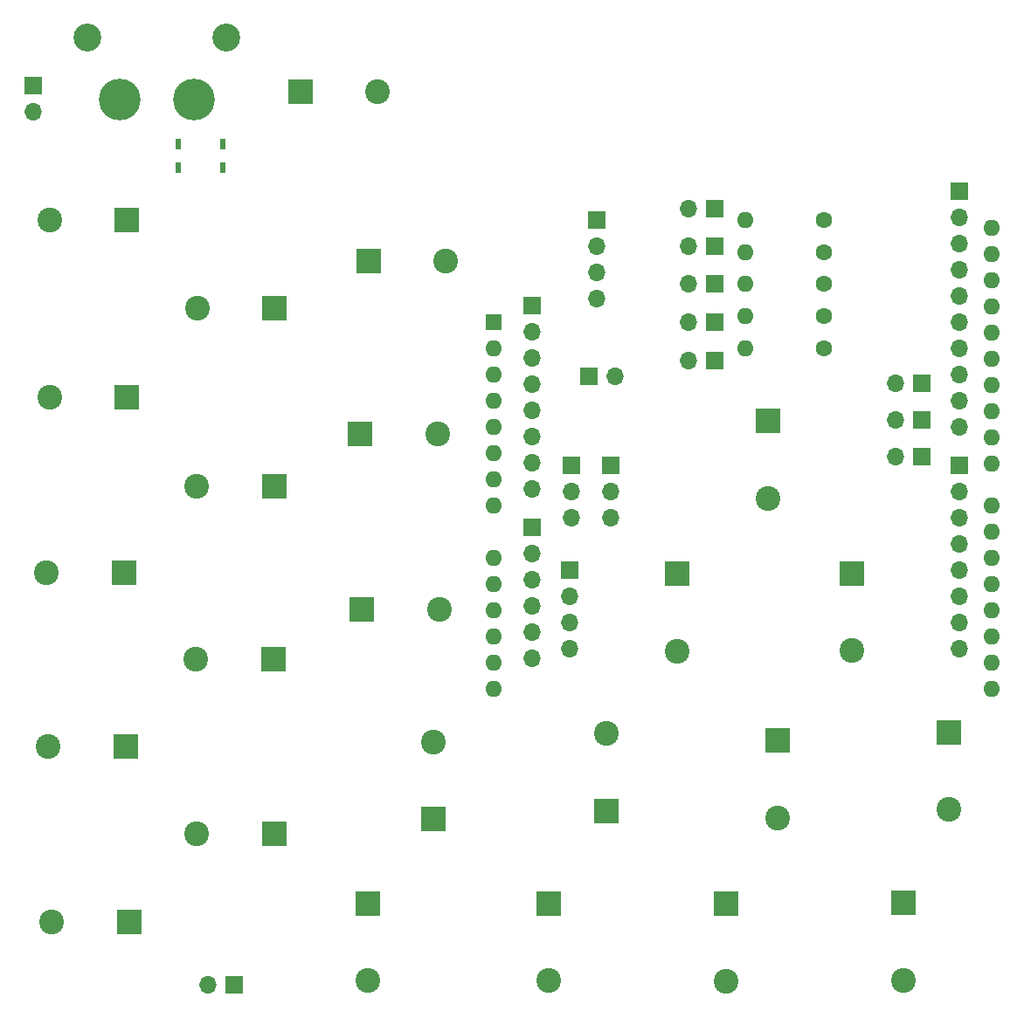
<source format=gts>
%TF.GenerationSoftware,KiCad,Pcbnew,7.0.7*%
%TF.CreationDate,2023-09-19T14:40:45+02:00*%
%TF.ProjectId,Actuator,41637475-6174-46f7-922e-6b696361645f,v0.0*%
%TF.SameCoordinates,Original*%
%TF.FileFunction,Soldermask,Top*%
%TF.FilePolarity,Negative*%
%FSLAX46Y46*%
G04 Gerber Fmt 4.6, Leading zero omitted, Abs format (unit mm)*
G04 Created by KiCad (PCBNEW 7.0.7) date 2023-09-19 14:40:45*
%MOMM*%
%LPD*%
G01*
G04 APERTURE LIST*
%ADD10R,1.700000X1.700000*%
%ADD11O,1.700000X1.700000*%
%ADD12C,1.600000*%
%ADD13O,1.600000X1.600000*%
%ADD14R,2.400000X2.400000*%
%ADD15C,2.400000*%
%ADD16R,0.500000X1.075000*%
%ADD17C,4.050000*%
%ADD18C,2.700000*%
%ADD19R,1.600000X1.600000*%
G04 APERTURE END LIST*
D10*
%TO.C,J17*%
X159579000Y-95619000D03*
D11*
X157039000Y-95619000D03*
%TD*%
D10*
%TO.C,J14*%
X179689000Y-101359000D03*
D11*
X177149000Y-101359000D03*
%TD*%
D12*
%TO.C,R1*%
X170179000Y-94394000D03*
D13*
X162559000Y-94394000D03*
%TD*%
D10*
%TO.C,J13*%
X179689000Y-104959000D03*
D11*
X177149000Y-104959000D03*
%TD*%
D10*
%TO.C,J23*%
X93554000Y-68919000D03*
D11*
X93554000Y-71459000D03*
%TD*%
D14*
%TO.C,C18*%
X132329000Y-140081755D03*
D15*
X132329000Y-132581755D03*
%TD*%
D10*
%TO.C,J11*%
X145689000Y-105779000D03*
D11*
X145689000Y-108319000D03*
X145689000Y-110859000D03*
%TD*%
D14*
%TO.C,C24*%
X164729000Y-101469000D03*
D15*
X164729000Y-108969000D03*
%TD*%
D10*
%TO.C,J8*%
X183329000Y-105769000D03*
D11*
X183329000Y-108309000D03*
X183329000Y-110849000D03*
X183329000Y-113389000D03*
X183329000Y-115929000D03*
X183329000Y-118469000D03*
X183329000Y-121009000D03*
X183329000Y-123549000D03*
%TD*%
D14*
%TO.C,C8*%
X143529000Y-148269000D03*
D15*
X143529000Y-155769000D03*
%TD*%
D10*
%TO.C,J20*%
X159579000Y-91894000D03*
D11*
X157039000Y-91894000D03*
%TD*%
D12*
%TO.C,R7*%
X170179000Y-91294000D03*
D13*
X162559000Y-91294000D03*
%TD*%
D12*
%TO.C,R4*%
X170179000Y-81994000D03*
D13*
X162559000Y-81994000D03*
%TD*%
D14*
%TO.C,C2*%
X102529000Y-133069000D03*
D15*
X95029000Y-133069000D03*
%TD*%
D14*
%TO.C,C23*%
X182329000Y-131669000D03*
D15*
X182329000Y-139169000D03*
%TD*%
D10*
%TO.C,J19*%
X159579000Y-84519000D03*
D11*
X157039000Y-84519000D03*
%TD*%
D10*
%TO.C,J5*%
X141889000Y-90259000D03*
D11*
X141889000Y-92799000D03*
X141889000Y-95339000D03*
X141889000Y-97879000D03*
X141889000Y-100419000D03*
X141889000Y-102959000D03*
X141889000Y-105499000D03*
X141889000Y-108039000D03*
%TD*%
D14*
%TO.C,C22*%
X165729000Y-132469000D03*
D15*
X165729000Y-139969000D03*
%TD*%
D14*
%TO.C,C7*%
X160719000Y-148279000D03*
D15*
X160719000Y-155779000D03*
%TD*%
D10*
%TO.C,J10*%
X145529000Y-115949000D03*
D11*
X145529000Y-118489000D03*
X145529000Y-121029000D03*
X145529000Y-123569000D03*
%TD*%
D16*
%TO.C,Z1*%
X107599000Y-76931000D03*
X107599000Y-74607000D03*
%TD*%
D14*
%TO.C,C13*%
X177879000Y-148229000D03*
D15*
X177879000Y-155729000D03*
%TD*%
D14*
%TO.C,C15*%
X119429000Y-69569000D03*
D15*
X126929000Y-69569000D03*
%TD*%
D14*
%TO.C,C9*%
X125979000Y-148269000D03*
D15*
X125979000Y-155769000D03*
%TD*%
D10*
%TO.C,J12*%
X149489000Y-105779000D03*
D11*
X149489000Y-108319000D03*
X149489000Y-110859000D03*
%TD*%
D10*
%TO.C,J22*%
X159579000Y-80894000D03*
D11*
X157039000Y-80894000D03*
%TD*%
D10*
%TO.C,J16*%
X147389000Y-97169000D03*
D11*
X149929000Y-97169000D03*
%TD*%
D17*
%TO.C,J21*%
X101929000Y-70331500D03*
X109129000Y-70331500D03*
D18*
X112279000Y-64331500D03*
X98779000Y-64331500D03*
%TD*%
D14*
%TO.C,C3*%
X102341754Y-116169000D03*
D15*
X94841754Y-116169000D03*
%TD*%
D12*
%TO.C,R3*%
X170189000Y-85094000D03*
D13*
X162569000Y-85094000D03*
%TD*%
D10*
%TO.C,J7*%
X183329000Y-79229000D03*
D11*
X183329000Y-81769000D03*
X183329000Y-84309000D03*
X183329000Y-86849000D03*
X183329000Y-89389000D03*
X183329000Y-91929000D03*
X183329000Y-94469000D03*
X183329000Y-97009000D03*
X183329000Y-99549000D03*
X183329000Y-102089000D03*
%TD*%
D14*
%TO.C,C1*%
X102829000Y-150069000D03*
D15*
X95329000Y-150069000D03*
%TD*%
D16*
%TO.C,Z2*%
X111929000Y-74607000D03*
X111929000Y-76931000D03*
%TD*%
D14*
%TO.C,C16*%
X126029000Y-85969000D03*
D15*
X133529000Y-85969000D03*
%TD*%
D12*
%TO.C,R2*%
X170189000Y-88194000D03*
D13*
X162569000Y-88194000D03*
%TD*%
D14*
%TO.C,C10*%
X116929000Y-141469000D03*
D15*
X109429000Y-141469000D03*
%TD*%
D14*
%TO.C,C11*%
X116829000Y-124569000D03*
D15*
X109329000Y-124569000D03*
%TD*%
D14*
%TO.C,C12*%
X116929000Y-107769000D03*
D15*
X109429000Y-107769000D03*
%TD*%
D14*
%TO.C,C6*%
X116941754Y-90569000D03*
D15*
X109441754Y-90569000D03*
%TD*%
D14*
%TO.C,C4*%
X102629000Y-99169000D03*
D15*
X95129000Y-99169000D03*
%TD*%
D14*
%TO.C,C21*%
X155929000Y-116269000D03*
D15*
X155929000Y-123769000D03*
%TD*%
D14*
%TO.C,C17*%
X125429000Y-119769000D03*
D15*
X132929000Y-119769000D03*
%TD*%
D10*
%TO.C,J15*%
X179639000Y-97784000D03*
D11*
X177099000Y-97784000D03*
%TD*%
D14*
%TO.C,C19*%
X149129000Y-139281755D03*
D15*
X149129000Y-131781755D03*
%TD*%
D10*
%TO.C,J6*%
X141889000Y-111779000D03*
D11*
X141889000Y-114319000D03*
X141889000Y-116859000D03*
X141889000Y-119399000D03*
X141889000Y-121939000D03*
X141889000Y-124479000D03*
%TD*%
D10*
%TO.C,J24*%
X113069000Y-156169000D03*
D11*
X110529000Y-156169000D03*
%TD*%
D14*
%TO.C,C20*%
X172929000Y-116256246D03*
D15*
X172929000Y-123756246D03*
%TD*%
D10*
%TO.C,J18*%
X159579000Y-88194000D03*
D11*
X157039000Y-88194000D03*
%TD*%
D10*
%TO.C,J9*%
X148129000Y-81949000D03*
D11*
X148129000Y-84489000D03*
X148129000Y-87029000D03*
X148129000Y-89569000D03*
%TD*%
D14*
%TO.C,C14*%
X125229000Y-102769000D03*
D15*
X132729000Y-102769000D03*
%TD*%
D14*
%TO.C,C5*%
X102629000Y-81969000D03*
D15*
X95129000Y-81969000D03*
%TD*%
D19*
%TO.C,A1*%
X138189000Y-91879000D03*
D13*
X138189000Y-94419000D03*
X138189000Y-96959000D03*
X138189000Y-99499000D03*
X138189000Y-102039000D03*
X138189000Y-104579000D03*
X138189000Y-107119000D03*
X138189000Y-109659000D03*
X138189000Y-114739000D03*
X138189000Y-117279000D03*
X138189000Y-119819000D03*
X138189000Y-122359000D03*
X138189000Y-124899000D03*
X138189000Y-127439000D03*
X186449000Y-127439000D03*
X186449000Y-124899000D03*
X186449000Y-122359000D03*
X186449000Y-119819000D03*
X186449000Y-117279000D03*
X186449000Y-114739000D03*
X186449000Y-112199000D03*
X186449000Y-109659000D03*
X186449000Y-105599000D03*
X186449000Y-103059000D03*
X186449000Y-100519000D03*
X186449000Y-97979000D03*
X186449000Y-95439000D03*
X186449000Y-92899000D03*
X186449000Y-90359000D03*
X186449000Y-87819000D03*
X186449000Y-85279000D03*
X186449000Y-82739000D03*
%TD*%
M02*

</source>
